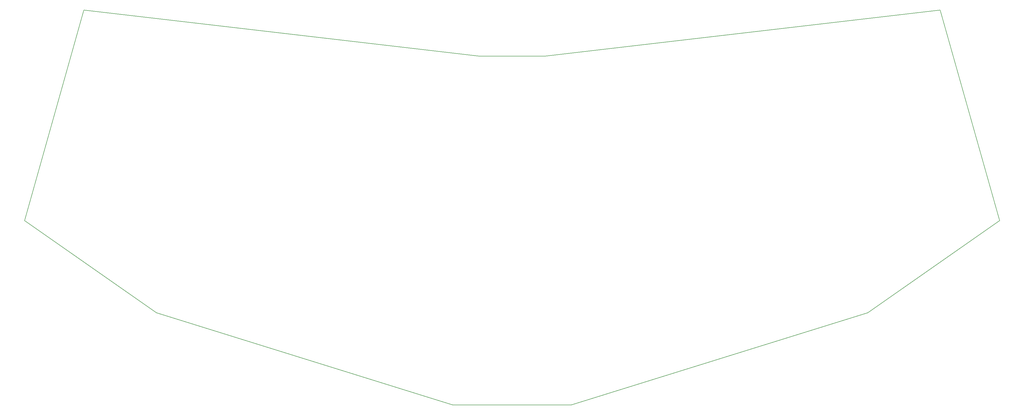
<source format=gbr>
%TF.GenerationSoftware,KiCad,Pcbnew,4.0.7*%
%TF.CreationDate,2018-09-12T19:18:30-05:00*%
%TF.ProjectId,ergo60tilt,6572676F363074696C742E6B69636164,rev?*%
%TF.FileFunction,Profile,NP*%
%FSLAX46Y46*%
G04 Gerber Fmt 4.6, Leading zero omitted, Abs format (unit mm)*
G04 Created by KiCad (PCBNEW 4.0.7) date 09/12/18 19:18:30*
%MOMM*%
%LPD*%
G01*
G04 APERTURE LIST*
%ADD10C,0.100000*%
%ADD11C,0.150000*%
G04 APERTURE END LIST*
D10*
D11*
X9525000Y-11906250D02*
X152400000Y-28575000D01*
X-11906250Y-88106250D02*
X9525000Y-11906250D01*
X-11906250Y-88106250D02*
X35718750Y-121443750D01*
X142875000Y-154781250D02*
X35718750Y-121443750D01*
X185737500Y-154781250D02*
X142875000Y-154781250D01*
X292893750Y-121443750D02*
X185737500Y-154781250D01*
X340518750Y-88106250D02*
X292893750Y-121443750D01*
X176212500Y-28575000D02*
X152400000Y-28575000D01*
X319087500Y-11906250D02*
X176212500Y-28575000D01*
X340518750Y-88106250D02*
X319087500Y-11906250D01*
M02*

</source>
